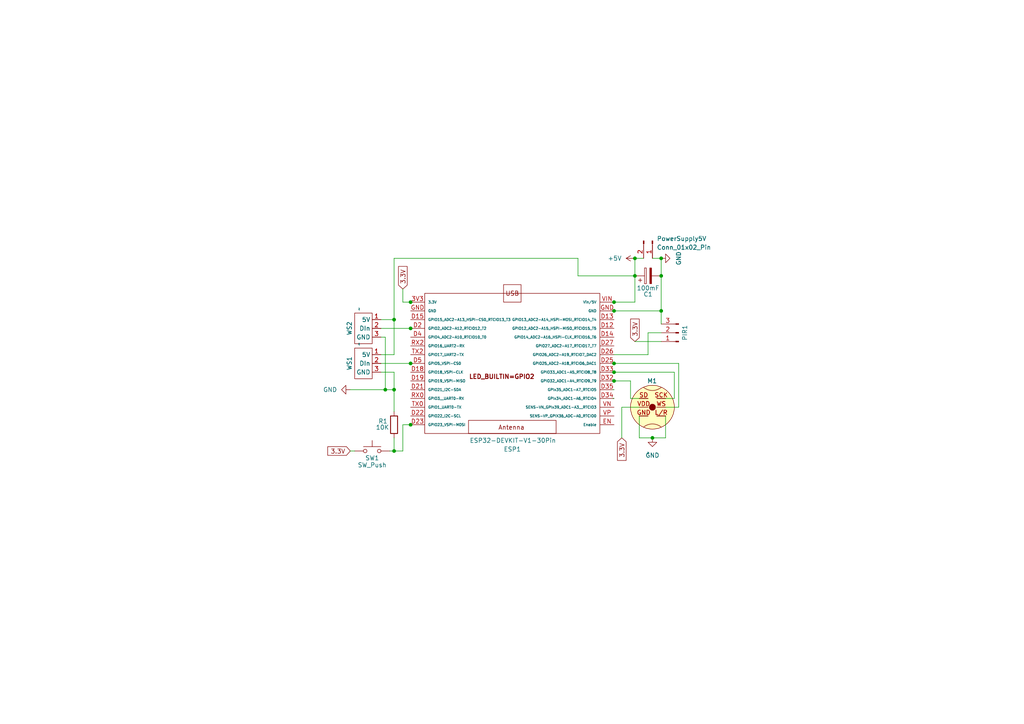
<source format=kicad_sch>
(kicad_sch (version 20231120) (generator "eeschema") (generator_version "8.0")
  (paper "A4")
  (title_block (title "ESP32 WLED Lighting System") (date "2024-07-22") (rev "2") (company "Jasmohan Singh Narula") (comment 1 "INMP441 Microphone") (comment 2 "WS2812B 72x10  4x4") (comment 3 "WLED") (comment 4 "ESP32-DEVKIT-V1"))
  (lib_symbols
    (symbol "Connector:Conn_01x02_Pin" (pin_names (offset 1.016) hide)
      (property "Reference" "J" (at 0 2.54 0))
      (property "Value" "Conn_01x02_Pin" (at 0 -5.08 0))
      (symbol "Conn_01x02_Pin_1_1"
        (polyline (pts (xy 1.27 -2.54) (xy 0.8636 -2.54)) (stroke (width 0.1524)))
        (polyline (pts (xy 1.27 0) (xy 0.8636 0)) (stroke (width 0.1524)))
        (rectangle (start 0.8636 -2.413) (end 0 -2.667) (stroke (width 0.1524)) (fill (type outline)))
        (rectangle (start 0.8636 0.127) (end 0 -0.127) (stroke (width 0.1524)) (fill (type outline)))
        (pin passive line (at 5.08 0 180) (length 3.81) (name "Pin_1") (number "1"))
        (pin passive line (at 5.08 -2.54 180) (length 3.81) (name "Pin_2") (number "2"))
      )
    )
    (symbol "Connector:Conn_01x03_Pin" (pin_names (offset 1.016) hide)
      (property "Reference" "J" (at 0 5.08 0))
      (property "Value" "Conn_01x03_Pin" (at 0 -5.08 0))
      (symbol "Conn_01x03_Pin_1_1"
        (polyline (pts (xy 1.27 -2.54) (xy 0.8636 -2.54)) (stroke (width 0.1524)))
        (polyline (pts (xy 1.27 0) (xy 0.8636 0)) (stroke (width 0.1524)))
        (polyline (pts (xy 1.27 2.54) (xy 0.8636 2.54)) (stroke (width 0.1524)))
        (rectangle (start 0.8636 -2.413) (end 0 -2.667) (stroke (width 0.1524)) (fill (type outline)))
        (rectangle (start 0.8636 0.127) (end 0 -0.127) (stroke (width 0.1524)) (fill (type outline)))
        (rectangle (start 0.8636 2.667) (end 0 2.413) (stroke (width 0.1524)) (fill (type outline)))
        (pin passive line (at 5.08 2.54 180) (length 3.81) (name "Pin_1") (number "1"))
        (pin passive line (at 5.08 0 180) (length 3.81) (name "Pin_2") (number "2"))
        (pin passive line (at 5.08 -2.54 180) (length 3.81) (name "Pin_3") (number "3"))
      )
    )
    (symbol "Custom Parts:ESP32-DEVKIT-V1-30Pin" (pin_names (offset 1.016))
      (property "Reference" "ESP32" (at -1 21.59 0))
      (property "Value" "ESP32-DEVKIT-V1-30Pin" (at 0.27 24.13 0))
      (symbol "ESP32-DEVKIT-V1-30Pin_0_1"
        (rectangle (start -25.4 20.32) (end 25.4 -20.32))
        (rectangle (start -12.7 20.32) (end 12.7 16.51))
      )
      (symbol "ESP32-DEVKIT-V1-30Pin_1_1"
        (rectangle (start -2.54 -17.78) (end 2.54 -22.86))
        (text "Antenna" (at 0.254 18.542 0) (effects (font (size 1.27 1.27))))
        (text "LED_BUILTIN=GPIO2" (at 3.048 3.81 0) (effects (font (size 1.27 1.27) (bold yes))))
        (text "USB" (at 0 -20.32 0) (effects (font (size 1.27 1.27))))
        (pin power_out line (at 29.5 -17.78 180) (length 4) (name "3.3V") (number "3V3"))
        (pin bidirectional line (at -29.5 -10.16 0) (length 4) (name "GPIO12_ADC2-A15_HSPI-MISO_RTCIO15_T5") (number "D12"))
        (pin bidirectional line (at -29.5 -12.7 0) (length 4) (name "GPIO13_ADC2-A14_HSPI-MOSI_RTCIO14_T4") (number "D13"))
        (pin bidirectional line (at -29.5 -7.62 0) (length 4) (name "GPIO14_ADC2-A16_HSPI-CLK_RTCIO16_T6") (number "D14"))
        (pin bidirectional line (at 29.5 -12.7 180) (length 4) (name "GPIO15_ADC2-A13_HSPI-CS0_RTCIO13_T3") (number "D15"))
        (pin bidirectional line (at 29.5 2.54 180) (length 4) (name "GPIO18_VSPI-CLK") (number "D18"))
        (pin bidirectional line (at 29.5 5.08 180) (length 4) (name "GPIO19_VSPI-MISO") (number "D19"))
        (pin bidirectional line (at 29.5 -10.16 180) (length 4) (name "GPIO2_ADC2-A12_RTCIO12_T2") (number "D2"))
        (pin bidirectional line (at 29.5 7.62 180) (length 4) (name "GPIO21_I2C-SDA") (number "D21"))
        (pin bidirectional line (at 29.5 15.24 180) (length 4) (name "GPIO22_I2C-SCL") (number "D22"))
        (pin bidirectional line (at 29.5 17.78 180) (length 4) (name "GPIO23_VSPI-MOSI") (number "D23"))
        (pin bidirectional line (at -29.5 0 0) (length 4) (name "GPIO25_ADC2-A18_RTCIO6_DAC1") (number "D25"))
        (pin bidirectional line (at -29.5 -2.54 0) (length 4) (name "GPIO26_ADC2-A19_RTCIO7_DAC2") (number "D26"))
        (pin bidirectional line (at -29.5 -5.08 0) (length 4) (name "GPIO27_ADC2-A17_RTCIO17_T7") (number "D27"))
        (pin bidirectional line (at -29.5 5.08 0) (length 4) (name "GPIO32_ADC1-A4_RTCIO9_T9") (number "D32"))
        (pin bidirectional line (at -29.5 2.54 0) (length 4) (name "GPIO33_ADC1-A5_RTCIO8_T8") (number "D33"))
        (pin input line (at -29.5 10.16 0) (length 4) (name "GPIx34_ADC1-A6_RTCIO4") (number "D34"))
        (pin input line (at -29.5 7.62 0) (length 4) (name "GPIx35_ADC1-A7_RTCIO5") (number "D35"))
        (pin bidirectional line (at 29.5 -7.62 180) (length 4) (name "GPIO4_ADC2-A10_RTCIO10_T0") (number "D4"))
        (pin bidirectional line (at 29.5 0 180) (length 4) (name "GPIO5_VSPI-CS0") (number "D5"))
        (pin input line (at -29.5 17.78 0) (length 4) (name "Enable") (number "EN"))
        (pin power_in line (at -29.5 -15.24 0) (length 4) (name "GND") (number "GND"))
        (pin power_out line (at 29.5 -15.24 180) (length 4) (name "GND") (number "GND"))
        (pin input line (at 29.5 10.16 180) (length 4) (name "GPIO3__UART0-RX") (number "RX0"))
        (pin input line (at 29.5 -5.08 180) (length 4) (name "GPIO16_UART2-RX") (number "RX2"))
        (pin output line (at 29.5 12.7 180) (length 4) (name "GPIO1_UART0-TX") (number "TX0"))
        (pin output line (at 29.5 -2.54 180) (length 4) (name "GPIO17_UART2-TX") (number "TX2"))
        (pin power_in line (at -29.5 -17.78 0) (length 4) (name "Vin/5V") (number "VIN"))
        (pin input line (at -29.5 12.7 0) (length 4) (name "SENS-VN_GPIx39_ADC1-A3__RTCIO3") (number "VN"))
        (pin input line (at -29.5 15.24 0) (length 4) (name "SENS-VP_GPIX36_ADC-A0_RTCIO0") (number "VP"))
      )
    )
    (symbol "Custom Parts:INMP441_Microphone_I2S"
      (property "Reference" "M" (at 0 12.7 0))
      (symbol "INMP441_Microphone_I2S_1_1"
        (arc (start -5.75 -2.54) (mid -4.8513 0) (end -5.75 2.54))
        (circle (center 0 0) (radius 0.9) (fill (type outline)))
        (circle (center 0 0) (radius 6.35) (fill (type background)))
        (arc (start 5.75 2.54) (mid 4.8513 0) (end 5.75 -2.54))
        (pin power_in line (at 2.54 -3.81 90) (length 2.54) (name "") (number "GND"))
        (pin input line (at 2.54 3.81 270) (length 2.54) (name "") (number "L/R"))
        (pin bidirectional line (at -2.54 3.81 270) (length 2.54) (name "") (number "SCK"))
        (pin bidirectional line (at -2.54 -3.81 90) (length 2.54) (name "") (number "SD"))
        (pin power_in line (at 0 -3.81 90) (length 2.54) (name "") (number "VDD"))
        (pin bidirectional line (at 0 3.81 270) (length 2.54) (name "") (number "WS"))
      )
    )
    (symbol "Custom Parts:WS2812B_Led_Strip"
      (property "Reference" "WS" (at 0 5.588 0))
      (symbol "WS2812B_Led_Strip_0_1"
        (rectangle (start -2.54 -4.445) (end 2.54 4.445))
      )
      (symbol "WS2812B_Led_Strip_1_1"
        (pin power_in line (at -5.08 2.54 0) (length 2.54) (name "5V") (number "1"))
        (pin input line (at -5.08 0 0) (length 2.54) (name "DIn") (number "2"))
        (pin power_in line (at -5.08 -2.54 0) (length 2.54) (name "GND") (number "3"))
      )
    )
    (symbol "Device:C_Polarized" (pin_numbers hide) (pin_names (offset 0.254))
      (property "Reference" "C" (at 0.635 2.54 0))
      (property "Value" "C_Polarized" (at 0.635 -2.54 0))
      (symbol "C_Polarized_0_1"
        (rectangle (start -2.286 0.508) (end 2.286 1.016))
        (polyline (pts (xy -1.778 2.286) (xy -0.762 2.286)))
        (polyline (pts (xy -1.27 2.794) (xy -1.27 1.778)))
        (rectangle (start 2.286 -0.508) (end -2.286 -1.016) (fill (type outline)))
      )
      (symbol "C_Polarized_1_1"
        (pin passive line (at 0 3.81 270) (length 2.794) (name "~") (number "1"))
        (pin passive line (at 0 -3.81 90) (length 2.794) (name "~") (number "2"))
      )
    )
    (symbol "Device:R" (pin_numbers hide) (pin_names (offset 0))
      (property "Reference" "R" (at 2.032 0 90))
      (property "Value" "R" (at 0 0 90))
      (symbol "R_0_1"
        (rectangle (start -1.016 -2.54) (end 1.016 2.54) (stroke (width 0.254)))
      )
      (symbol "R_1_1"
        (pin passive line (at 0 3.81 270) (length 1.27) (name "~") (number "1"))
        (pin passive line (at 0 -3.81 90) (length 1.27) (name "~") (number "2"))
      )
    )
    (symbol "Switch:SW_Push" (pin_numbers hide) (pin_names (offset 1.016) hide)
      (property "Reference" "SW" (at 1.27 2.54 0))
      (property "Value" "SW_Push" (at 0 -1.524 0))
      (symbol "SW_Push_0_1"
        (circle (center -2.032 0) (radius 0.508))
        (polyline (pts (xy 0 1.27) (xy 0 3.048)))
        (polyline (pts (xy 2.54 1.27) (xy -2.54 1.27)))
        (circle (center 2.032 0) (radius 0.508))
        (pin passive line (at -5.08 0 0) (length 2.54) (name "1") (number "1"))
        (pin passive line (at 5.08 0 180) (length 2.54) (name "2") (number "2"))
      )
    )
    (symbol "power:+5V" (power) (pin_numbers hide) (pin_names (offset 0) hide)
      (property "Value" "+5V" (at 0 3.556 0))
      (symbol "+5V_0_1"
        (polyline (pts (xy -0.762 1.27) (xy 0 2.54)))
        (polyline (pts (xy 0 0) (xy 0 2.54)))
        (polyline (pts (xy 0 2.54) (xy 0.762 1.27)))
      )
      (symbol "+5V_1_1"
        (pin power_in line (at 0 0 90) (length 0) (name "~") (number "1"))
      )
    )
    (symbol "power:GND" (power) (pin_numbers hide) (pin_names (offset 0) hide)
      (property "Value" "GND" (at 0 -3.81 0))
      (symbol "GND_0_1"
        (polyline (pts (xy 0 0) (xy 0 -1.27) (xy 1.27 -1.27) (xy 0 -2.54) (xy -1.27 -1.27) (xy 0 -1.27)))
      )
      (symbol "GND_1_1"
        (pin power_in line (at 0 0 270) (length 0) (name "~") (number "1"))
      )
    )
  )
  (junction (at 119.09 105.41))
  (junction (at 178.09 107.95))
  (junction (at 178.09 87.63))
  (junction (at 191.77 90.17))
  (junction (at 119.09 87.63))
  (junction (at 178.09 105.41))
  (junction (at 191.77 80.01))
  (junction (at 191.77 74.93))
  (junction (at 114.3 113.03))
  (junction (at 178.09 110.49))
  (junction (at 184.15 80.01))
  (junction (at 114.3 92.71))
  (junction (at 178.09 90.17))
  (junction (at 184.15 74.93))
  (junction (at 111.76 113.03))
  (junction (at 189.23 127))
  (junction (at 114.3 130.81))
  (junction (at 119.09 123.19))
  (junction (at 119.09 95.25))
  (wire (pts (xy 177.8 87.63) (xy 178.09 87.63)))
  (wire (pts (xy 178.09 107.95) (xy 195.58 107.95)))
  (wire (pts (xy 191.77 90.17) (xy 191.77 93.98)))
  (wire (pts (xy 196.85 118.11) (xy 196.85 105.41)))
  (wire (pts (xy 114.3 102.87) (xy 110.49 102.87)))
  (wire (pts (xy 177.8 105.41) (xy 178.09 105.41)))
  (wire (pts (xy 195.58 115.57) (xy 195.58 107.95)))
  (wire (pts (xy 193.04 127) (xy 189.23 127)))
  (wire (pts (xy 114.3 113.03) (xy 114.3 119.38)))
  (wire (pts (xy 111.76 97.79) (xy 110.49 97.79)))
  (wire (pts (xy 191.77 74.93) (xy 191.77 80.01)))
  (wire (pts (xy 167.64 74.93) (xy 167.64 80.01)))
  (wire (pts (xy 193.04 120.65) (xy 193.04 127)))
  (wire (pts (xy 101.6 130.81) (xy 102.87 130.81)))
  (wire (pts (xy 193.04 118.11) (xy 196.85 118.11)))
  (wire (pts (xy 182.88 115.57) (xy 182.88 110.49)))
  (wire (pts (xy 191.77 80.01) (xy 191.77 90.17)))
  (wire (pts (xy 178.09 90.17) (xy 191.77 90.17)))
  (wire (pts (xy 114.3 74.93) (xy 167.64 74.93)))
  (wire (pts (xy 119.09 123.19) (xy 119.38 123.19)))
  (wire (pts (xy 187.96 96.52) (xy 191.77 96.52)))
  (wire (pts (xy 180.34 127) (xy 180.34 118.11)))
  (wire (pts (xy 177.8 110.49) (xy 178.09 110.49)))
  (wire (pts (xy 177.8 115.57) (xy 178.09 115.57)))
  (wire (pts (xy 119.09 95.25) (xy 119.38 95.25)))
  (wire (pts (xy 111.76 113.03) (xy 114.3 113.03)))
  (wire (pts (xy 185.42 115.57) (xy 182.88 115.57)))
  (wire (pts (xy 116.84 87.63) (xy 116.84 83.82)))
  (wire (pts (xy 189.23 74.93) (xy 191.77 74.93)))
  (wire (pts (xy 116.84 123.19) (xy 119.09 123.19)))
  (wire (pts (xy 119.09 87.63) (xy 116.84 87.63)))
  (wire (pts (xy 184.15 74.93) (xy 186.69 74.93)))
  (wire (pts (xy 184.15 99.06) (xy 191.77 99.06)))
  (wire (pts (xy 178.09 110.49) (xy 182.88 110.49)))
  (wire (pts (xy 114.3 92.71) (xy 114.3 102.87)))
  (wire (pts (xy 178.09 87.63) (xy 184.15 87.63)))
  (wire (pts (xy 119.09 105.41) (xy 119.38 105.41)))
  (wire (pts (xy 110.49 95.25) (xy 119.09 95.25)))
  (wire (pts (xy 111.76 97.79) (xy 111.76 113.03)))
  (wire (pts (xy 116.84 130.81) (xy 114.3 130.81)))
  (wire (pts (xy 116.84 130.81) (xy 116.84 123.19)))
  (wire (pts (xy 114.3 130.81) (xy 114.3 127)))
  (wire (pts (xy 110.49 92.71) (xy 114.3 92.71)))
  (wire (pts (xy 119.38 87.63) (xy 119.09 87.63)))
  (wire (pts (xy 184.15 80.01) (xy 184.15 87.63)))
  (wire (pts (xy 178.09 105.41) (xy 196.85 105.41)))
  (wire (pts (xy 114.3 74.93) (xy 114.3 92.71)))
  (wire (pts (xy 110.49 105.41) (xy 119.09 105.41)))
  (wire (pts (xy 185.42 127) (xy 189.23 127)))
  (wire (pts (xy 177.8 90.17) (xy 178.09 90.17)))
  (wire (pts (xy 193.04 115.57) (xy 195.58 115.57)))
  (wire (pts (xy 101.6 113.03) (xy 111.76 113.03)))
  (wire (pts (xy 180.34 118.11) (xy 185.42 118.11)))
  (wire (pts (xy 114.3 107.95) (xy 110.49 107.95)))
  (wire (pts (xy 187.96 102.87) (xy 178.09 102.87)))
  (wire (pts (xy 113.03 130.81) (xy 114.3 130.81)))
  (wire (pts (xy 177.8 107.95) (xy 178.09 107.95)))
  (wire (pts (xy 167.64 80.01) (xy 184.15 80.01)))
  (wire (pts (xy 177.8 113.03) (xy 178.09 113.03)))
  (wire (pts (xy 114.3 107.95) (xy 114.3 113.03)))
  (wire (pts (xy 185.42 120.65) (xy 185.42 127)))
  (wire (pts (xy 187.96 96.52) (xy 187.96 102.87)))
  (wire (pts (xy 184.15 74.93) (xy 184.15 80.01)))
  (global_label "3.3V" (shape input) (at 116.84 83.82 90) (property "Intersheetrefs" "${INTERSHEET_REFS}" (effects (hide yes))))
  (global_label "3.3V" (shape input) (at 101.6 130.81 180) (property "Intersheetrefs" "${INTERSHEET_REFS}" (effects (hide yes))))
  (global_label "3.3V" (shape input) (at 180.34 127 270) (property "Intersheetrefs" "${INTERSHEET_REFS}" (effects (hide yes))))
  (global_label "3.3V" (shape input) (at 184.15 99.06 90) (property "Intersheetrefs" "${INTERSHEET_REFS}" (effects (hide yes))))
  (symbol (lib_id "Switch:SW_Push") (at 107.95 130.81 0) (unit 1)
    (property "Reference" "SW1" (at 107.95 132.842 0))
    (property "Value" "SW_Push" (at 107.95 134.874 0))
    (property "Description" "Push button switch, generic, two pins" (effects (hide yes)))
  )
  (symbol (lib_id "Device:C_Polarized") (at 187.96 80.01 90) (unit 1)
    (property "Reference" "C1" (at 187.96 85.344 90))
    (property "Value" "100mF" (at 187.96 83.566 90))
    (property "Description" "Polarized capacitor" (effects (hide yes)))
  )
  (symbol (lib_id "Connector:Conn_01x03_Pin") (at 196.85 96.52 180) (unit 1)
    (property "Reference" "PIR1" (at 198.628 96.52 90))
    (property "Value" "Conn_01x03_Pin" (effects (hide yes)))
    (property "Description" "Generic connector, single row, 01x03, script generated" (effects (hide yes)))
  )
  (symbol (lib_id "power:GND") (at 191.77 74.93 90) (unit 1)
    (property "Reference" "#PWR02" (effects (hide yes)))
    (property "Value" "GND" (at 196.85 74.93 0))
    (property "Description" "Power symbol creates a global label with name \"GND\" , ground" (effects (hide yes)))
  )
  (symbol (lib_id "Custom Parts:ESP32-DEVKIT-V1-30Pin") (at 148.59 105.41 180) (unit 1)
    (property "Reference" "ESP1" (at 151.13 130.302 0) (effects (justify left)))
    (property "Value" "ESP32-DEVKIT-V1-30Pin" (at 161.29 127.762 0) (effects (justify left)))
  )
  (symbol (lib_id "Custom Parts:INMP441_Microphone_I2S") (at 189.23 118.11 270) (unit 1)
    (property "Reference" "M1" (at 187.706 110.49 90) (effects (justify left)))
    (property "Value" "~" (at 187.96 130.81 0) (effects (justify left)))
  )
  (symbol (lib_id "Custom Parts:WS2812B_Led_Strip") (at 105.41 95.25 0) (mirror y) (unit 1)
    (property "Reference" "WS2" (at 101.346 97.282 90) (effects (justify left)))
    (property "Value" "~" (at 104.14 90.17 90) (effects (justify left)))
  )
  (symbol (lib_id "power:GND") (at 189.23 127 0) (unit 1)
    (property "Reference" "#PWR03" (effects (hide yes)))
    (property "Value" "GND" (at 189.23 132.08 0))
    (property "Description" "Power symbol creates a global label with name \"GND\" , ground" (effects (hide yes)))
  )
  (symbol (lib_id "Custom Parts:WS2812B_Led_Strip") (at 105.41 105.41 0) (mirror y) (unit 1)
    (property "Reference" "WS1" (at 101.346 107.442 90) (effects (justify left)))
    (property "Value" "~" (at 104.14 100.33 90) (effects (justify left)))
  )
  (symbol (lib_id "Connector:Conn_01x02_Pin") (at 189.23 69.85 270) (unit 1)
    (property "Reference" "PowerSupply5V" (at 190.5 69.2149 90) (effects (justify left)))
    (property "Value" "Conn_01x02_Pin" (at 190.5 71.7549 90) (effects (justify left)))
    (property "Description" "Generic connector, single row, 01x02, script generated" (effects (hide yes)))
  )
  (symbol (lib_id "power:GND") (at 101.6 113.03 270) (unit 1)
    (property "Reference" "#PWR04" (effects (hide yes)))
    (property "Value" "GND" (at 97.79 113.0299 90) (effects (justify right)))
    (property "Description" "Power symbol creates a global label with name \"GND\" , ground" (effects (hide yes)))
  )
  (symbol (lib_id "Device:R") (at 114.3 123.19 180) (unit 1)
    (property "Reference" "R1" (at 109.728 122.174 0) (effects (justify right)))
    (property "Value" "10K" (at 108.966 123.952 0) (effects (justify right)))
    (property "Description" "Resistor" (effects (hide yes)))
  )
  (symbol (lib_id "power:+5V") (at 184.15 74.93 90) (unit 1)
    (property "Reference" "#PWR01" (effects (hide yes)))
    (property "Value" "+5V" (at 180.34 74.9299 90) (effects (justify left)))
    (property "Description" "Power symbol creates a global label with name \"+5V\"" (effects (hide yes)))
  )
)
</source>
